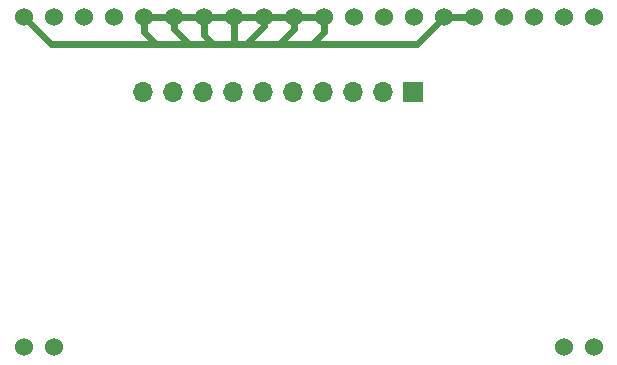
<source format=gbr>
G04 #@! TF.FileFunction,Copper,L2,Bot,Signal*
%FSLAX46Y46*%
G04 Gerber Fmt 4.6, Leading zero omitted, Abs format (unit mm)*
G04 Created by KiCad (PCBNEW 4.0.7) date 01/27/18 17:50:34*
%MOMM*%
%LPD*%
G01*
G04 APERTURE LIST*
%ADD10C,0.076200*%
%ADD11C,1.524000*%
%ADD12R,1.700000X1.700000*%
%ADD13O,1.700000X1.700000*%
%ADD14C,0.609600*%
G04 APERTURE END LIST*
D10*
D11*
X149860000Y-100076000D03*
X152400000Y-100076000D03*
X195580000Y-100076000D03*
X198120000Y-100076000D03*
X198120000Y-72136000D03*
X195580000Y-72136000D03*
X193040000Y-72136000D03*
X190500000Y-72136000D03*
X187960000Y-72136000D03*
X185420000Y-72136000D03*
X182880000Y-72136000D03*
X180340000Y-72136000D03*
X177800000Y-72136000D03*
X175260000Y-72136000D03*
X172720000Y-72136000D03*
X170180000Y-72136000D03*
X167640000Y-72136000D03*
X165100000Y-72136000D03*
X162560000Y-72136000D03*
X160020000Y-72136000D03*
X157480000Y-72136000D03*
X154940000Y-72136000D03*
X152400000Y-72136000D03*
X149860000Y-72136000D03*
D12*
X182854600Y-78460600D03*
D13*
X180314600Y-78460600D03*
X177774600Y-78460600D03*
X175234600Y-78460600D03*
X172694600Y-78460600D03*
X170154600Y-78460600D03*
X167614600Y-78460600D03*
X165074600Y-78460600D03*
X162534600Y-78460600D03*
X159994600Y-78460600D03*
D14*
X175260000Y-72136000D02*
X175260000Y-73406000D01*
X175260000Y-73406000D02*
X174244000Y-74422000D01*
X172720000Y-72136000D02*
X172720000Y-73152000D01*
X171450000Y-74422000D02*
X171196000Y-74422000D01*
X172720000Y-73152000D02*
X171450000Y-74422000D01*
X170180000Y-72136000D02*
X170180000Y-72898000D01*
X170180000Y-72898000D02*
X168656000Y-74422000D01*
X167640000Y-72136000D02*
X167640000Y-74422000D01*
X165100000Y-72136000D02*
X165100000Y-73660000D01*
X165100000Y-73660000D02*
X165862000Y-74422000D01*
X162560000Y-72136000D02*
X162560000Y-73152000D01*
X162560000Y-73152000D02*
X163830000Y-74422000D01*
X160020000Y-72136000D02*
X160020000Y-73406000D01*
X160020000Y-73406000D02*
X161036000Y-74422000D01*
X172720000Y-72136000D02*
X175260000Y-72136000D01*
X170180000Y-72136000D02*
X172720000Y-72136000D01*
X167640000Y-72136000D02*
X170180000Y-72136000D01*
X165100000Y-72136000D02*
X167640000Y-72136000D01*
X162560000Y-72136000D02*
X165100000Y-72136000D01*
X160020000Y-72136000D02*
X162560000Y-72136000D01*
X185420000Y-72136000D02*
X187960000Y-72136000D01*
X149860000Y-72136000D02*
X152146000Y-74422000D01*
X152146000Y-74422000D02*
X161036000Y-74422000D01*
X161036000Y-74422000D02*
X163830000Y-74422000D01*
X163830000Y-74422000D02*
X165862000Y-74422000D01*
X165862000Y-74422000D02*
X167640000Y-74422000D01*
X167640000Y-74422000D02*
X168656000Y-74422000D01*
X168656000Y-74422000D02*
X171196000Y-74422000D01*
X171196000Y-74422000D02*
X173736000Y-74422000D01*
X173736000Y-74422000D02*
X174244000Y-74422000D01*
X174244000Y-74422000D02*
X178816000Y-74422000D01*
X183134000Y-74422000D02*
X185420000Y-72136000D01*
X178816000Y-74422000D02*
X183134000Y-74422000D01*
M02*

</source>
